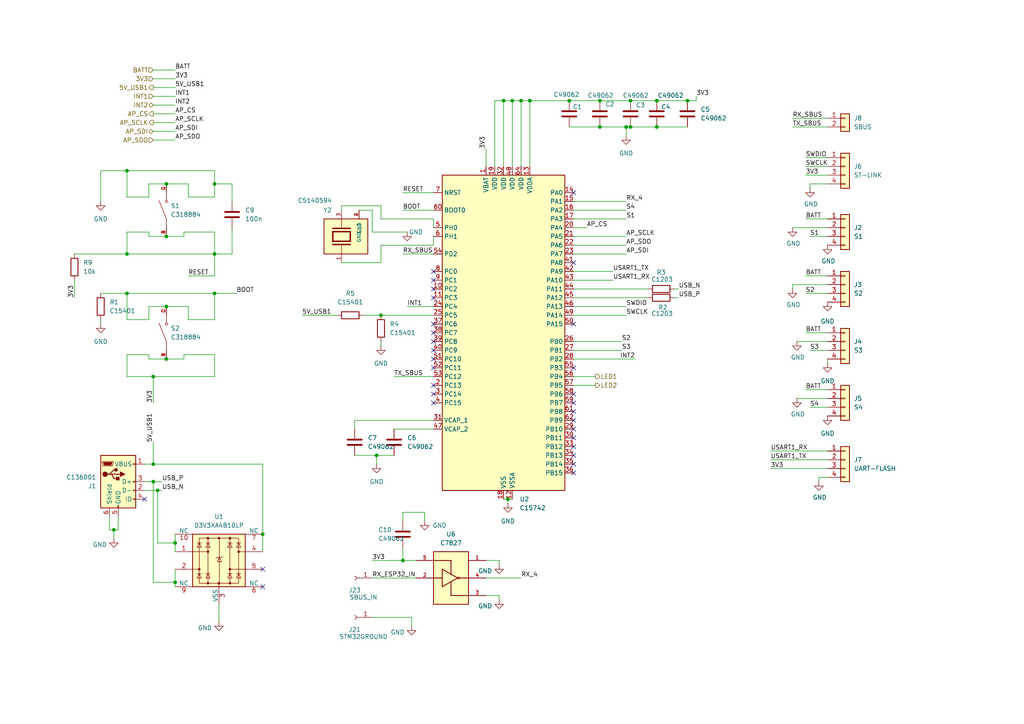
<source format=kicad_sch>
(kicad_sch (version 20250114) (generator "eeschema") (generator_version "9.0")
  (paper "A4")
  (title_block (title "STM Board") (date "2025-10-18") (rev "3") (company "Team 0-06"))
  (lib_symbols
    (symbol "Connector:Conn_01x01_Socket" (pin_names (offset 1.016) (hide yes))
      (property "Reference" "J" (at 0 2.54 0))
      (property "Value" "Conn_01x01_Socket" (at 0 -2.54 0))
      (symbol "Conn_01x01_Socket_1_1"
        (polyline (pts (xy -1.27 0) (xy -0.508 0)) (stroke (width 0.1524)))
        (arc (start 0 -0.508) (mid -0.5058 0) (end 0 0.508) (stroke (width 0.1524)))
        (pin passive line (at -5.08 0 0) (length 3.81) (name "Pin_1") (number "1"))
      )
    )
    (symbol "Connector:USB_B_Micro" (pin_names (offset 1.016))
      (property "Reference" "J" (at -5.08 11.43 0))
      (property "Value" "USB_B_Micro" (at -5.08 8.89 0))
      (symbol "USB_B_Micro_0_1"
        (rectangle (start -5.08 -7.62) (end 5.08 7.62) (stroke (width 0.254)) (fill (type background)))
        (polyline (pts (xy -4.699 5.842) (xy -4.699 5.588) (xy -4.445 4.826) (xy -4.445 4.572) (xy -1.651 4.572) (xy -1.651 4.826) (xy -1.397 5.588) (xy -1.397 5.842) (xy -4.699 5.842)))
        (polyline (pts (xy -4.318 5.588) (xy -1.778 5.588) (xy -2.032 4.826) (xy -4.064 4.826) (xy -4.318 5.588)) (fill (type outline)))
        (circle (center -3.81 2.159) (radius 0.635) (stroke (width 0.254)) (fill (type outline)))
        (polyline (pts (xy -3.175 2.159) (xy -2.54 2.159) (xy -1.27 3.429) (xy -0.635 3.429)) (stroke (width 0.254)))
        (polyline (pts (xy -2.54 2.159) (xy -1.905 2.159) (xy -1.27 0.889) (xy 0 0.889)) (stroke (width 0.254)))
        (polyline (pts (xy -1.905 2.159) (xy 0.635 2.159)) (stroke (width 0.254)))
        (circle (center -0.635 3.429) (radius 0.381) (stroke (width 0.254)) (fill (type outline)))
        (rectangle (start -0.127 -7.62) (end 0.127 -6.858))
        (rectangle (start 0.254 1.27) (end -0.508 0.508) (stroke (width 0.254)) (fill (type outline)))
        (polyline (pts (xy 0.635 2.794) (xy 0.635 1.524) (xy 1.905 2.159) (xy 0.635 2.794)) (stroke (width 0.254)) (fill (type outline)))
        (rectangle (start 5.08 4.953) (end 4.318 5.207))
        (rectangle (start 5.08 -0.127) (end 4.318 0.127))
        (rectangle (start 5.08 -2.667) (end 4.318 -2.413))
        (rectangle (start 5.08 -5.207) (end 4.318 -4.953))
      )
      (symbol "USB_B_Micro_1_1"
        (pin passive line (at -2.54 -10.16 90) (length 2.54) (name "Shield") (number "6"))
        (pin power_out line (at 0 -10.16 90) (length 2.54) (name "GND") (number "5"))
        (pin power_out line (at 7.62 5.08 180) (length 2.54) (name "VBUS") (number "1"))
        (pin bidirectional line (at 7.62 0 180) (length 2.54) (name "D+") (number "3"))
        (pin bidirectional line (at 7.62 -2.54 180) (length 2.54) (name "D-") (number "2"))
        (pin passive line (at 7.62 -5.08 180) (length 2.54) (name "ID") (number "4"))
      )
    )
    (symbol "Connector_Generic:Conn_01x02" (pin_names (offset 1.016) (hide yes))
      (property "Reference" "J" (at 0 2.54 0))
      (property "Value" "Conn_01x02" (at 0 -5.08 0))
      (symbol "Conn_01x02_1_1"
        (rectangle (start -1.27 1.27) (end 1.27 -3.81) (stroke (width 0.254)) (fill (type background)))
        (rectangle (start -1.27 0.127) (end 0 -0.127) (stroke (width 0.1524)))
        (rectangle (start -1.27 -2.413) (end 0 -2.667) (stroke (width 0.1524)))
        (pin passive line (at -5.08 0 0) (length 3.81) (name "Pin_1") (number "1"))
        (pin passive line (at -5.08 -2.54 0) (length 3.81) (name "Pin_2") (number "2"))
      )
    )
    (symbol "Connector_Generic:Conn_01x04" (pin_names (offset 1.016) (hide yes))
      (property "Reference" "J" (at 0 5.08 0))
      (property "Value" "Conn_01x04" (at 0 -7.62 0))
      (symbol "Conn_01x04_1_1"
        (rectangle (start -1.27 3.81) (end 1.27 -6.35) (stroke (width 0.254)) (fill (type background)))
        (rectangle (start -1.27 2.667) (end 0 2.413) (stroke (width 0.1524)))
        (rectangle (start -1.27 0.127) (end 0 -0.127) (stroke (width 0.1524)))
        (rectangle (start -1.27 -2.413) (end 0 -2.667) (stroke (width 0.1524)))
        (rectangle (start -1.27 -4.953) (end 0 -5.207) (stroke (width 0.1524)))
        (pin passive line (at -5.08 2.54 0) (length 3.81) (name "Pin_1") (number "1"))
        (pin passive line (at -5.08 0 0) (length 3.81) (name "Pin_2") (number "2"))
        (pin passive line (at -5.08 -2.54 0) (length 3.81) (name "Pin_3") (number "3"))
        (pin passive line (at -5.08 -5.08 0) (length 3.81) (name "Pin_4") (number "4"))
      )
    )
    (symbol "Customs:ABM8AIG-8.000MHZ-1Z-T" (pin_names (offset 1.016))
      (property "Reference" "Y" (at -5.0878 6.3559 0))
      (property "Value" "ABM8AIG-8.000MHZ-1Z-T" (at -5.0944 -10.16 0))
      (symbol "ABM8AIG-8.000MHZ-1Z-T_0_0"
        (polyline (pts (xy -5.08 0) (xy -2.54 0)) (stroke (width 0.1524)))
        (rectangle (start -5.08 -7.62) (end 5.08 5.08) (stroke (width 0.254)) (fill (type background)))
        (polyline (pts (xy -2.3368 2.54) (xy -2.3368 -2.54)) (stroke (width 0.4064)))
        (polyline (pts (xy -1.397 2.54) (xy -1.397 -2.54)) (stroke (width 0.4064)))
        (polyline (pts (xy -1.397 2.54) (xy 1.397 2.54)) (stroke (width 0.4064)))
        (polyline (pts (xy 1.397 2.54) (xy 1.397 -2.54)) (stroke (width 0.4064)))
        (polyline (pts (xy 1.397 -2.54) (xy -1.397 -2.54)) (stroke (width 0.4064)))
        (polyline (pts (xy 2.3368 2.54) (xy 2.3368 -2.54)) (stroke (width 0.4064)))
        (polyline (pts (xy 2.54 0) (xy 5.08 0)) (stroke (width 0.1524)))
        (pin passive line (at -7.62 0 0) (length 2.54) (name "~") (number "1"))
        (pin passive line (at 7.62 0 180) (length 2.54) (name "~") (number "3"))
        (pin power_in line (at 7.62 -5.08 180) (length 2.54) (name "GND") (number "2"))
        (pin power_in line (at 7.62 -5.08 180) (length 2.54) (name "GND__1") (number "4"))
      )
    )
    (symbol "Customs:SN74LVC1G04DBVR" (pin_names (offset 1.016))
      (property "Reference" "U" (at -5.08 8.62 0))
      (property "Value" "SN74LVC1G04DBVR" (at -5.08 -10.16 0))
      (symbol "SN74LVC1G04DBVR_0_0"
        (rectangle (start -5.08 7.62) (end 5.08 -7.62) (stroke (width 0.254)) (fill (type background)))
        (polyline (pts (xy -5.08 5.08) (xy 0 5.08)) (stroke (width 0.254)))
        (polyline (pts (xy -5.08 0) (xy -2.54 0)) (stroke (width 0.254)))
        (polyline (pts (xy -2.54 2.54) (xy 1.905 0)) (stroke (width 0.254)))
        (polyline (pts (xy -2.54 0) (xy -2.54 2.54)) (stroke (width 0.254)))
        (polyline (pts (xy -2.54 -2.54) (xy -2.54 0)) (stroke (width 0.254)))
        (polyline (pts (xy 0 5.08) (xy 0 1.143)) (stroke (width 0.254)))
        (polyline (pts (xy 0 -1.143) (xy 0 -5.08)) (stroke (width 0.254)))
        (polyline (pts (xy 0 -5.08) (xy 5.08 -5.08)) (stroke (width 0.254)))
        (polyline (pts (xy 1.905 0) (xy -2.54 -2.54)) (stroke (width 0.254)))
        (circle (center 2.1844 0) (radius 0.254) (stroke (width 0.254)))
        (polyline (pts (xy 2.54 0) (xy 5.08 0)) (stroke (width 0.254)))
        (pin power_in line (at -10.16 5.08 0) (length 5.08) (name "~") (number "5"))
        (pin input line (at -10.16 0 0) (length 5.08) (name "~") (number "2"))
        (pin passive line (at 10.16 5.08 180) (length 5.08) (name "~") (number "1"))
        (pin output line (at 10.16 0 180) (length 5.08) (name "~") (number "4"))
        (pin power_in line (at 10.16 -5.08 180) (length 5.08) (name "~") (number "3"))
      )
    )
    (symbol "Customs:TS-1187A-B-A-B" (pin_names (offset 1.016))
      (property "Reference" "S" (at -2.54 2.54 0))
      (property "Value" "TS-1187A-B-A-B" (at -2.54 -2.54 0))
      (symbol "TS-1187A-B-A-B_0_0"
        (polyline (pts (xy -2.54 0) (xy -5.08 0)) (stroke (width 0.1524)))
        (polyline (pts (xy -2.54 0) (xy 2.794 2.1336)) (stroke (width 0.1524)))
        (circle (center 2.54 0) (radius 0.3302) (stroke (width 0.1524)))
        (polyline (pts (xy 5.08 0) (xy 2.921 0)) (stroke (width 0.1524)))
        (pin passive line (at -7.62 0 0) (length 2.54) (name "~") (number "A"))
        (pin passive line (at -7.62 0 0) (length 2.54) (name "~") (number "B"))
        (pin passive line (at 7.62 0 180) (length 2.54) (name "~") (number "C"))
        (pin passive line (at 7.62 0 180) (length 2.54) (name "~") (number "D"))
      )
    )
    (symbol "Device:C" (pin_numbers (hide yes)) (pin_names (offset 0.254))
      (property "Reference" "C" (at 0.635 2.54 0))
      (property "Value" "C" (at 0.635 -2.54 0))
      (symbol "C_0_1"
        (polyline (pts (xy -2.032 0.762) (xy 2.032 0.762)) (stroke (width 0.508)))
        (polyline (pts (xy -2.032 -0.762) (xy 2.032 -0.762)) (stroke (width 0.508)))
      )
      (symbol "C_1_1"
        (pin passive line (at 0 3.81 270) (length 2.794) (name "~") (number "1"))
        (pin passive line (at 0 -3.81 90) (length 2.794) (name "~") (number "2"))
      )
    )
    (symbol "Device:R" (pin_numbers (hide yes)) (pin_names (offset 0))
      (property "Reference" "R" (at 2.032 0 90))
      (property "Value" "R" (at 0 0 90))
      (symbol "R_0_1"
        (rectangle (start -1.016 -2.54) (end 1.016 2.54) (stroke (width 0.254)))
      )
      (symbol "R_1_1"
        (pin passive line (at 0 3.81 270) (length 1.27) (name "~") (number "1"))
        (pin passive line (at 0 -3.81 90) (length 1.27) (name "~") (number "2"))
      )
    )
    (symbol "MCU_ST_STM32F4:STM32F405RGTx"
      (property "Reference" "U" (at -17.78 46.99 0))
      (property "Value" "STM32F405RGTx" (at 10.16 46.99 0))
      (symbol "STM32F405RGTx_0_1"
        (rectangle (start -17.78 -45.72) (end 17.78 45.72) (stroke (width 0.254)) (fill (type background)))
      )
      (symbol "STM32F405RGTx_1_1"
        (pin input line (at -20.32 40.64 0) (length 2.54) (name "NRST") (number "7"))
        (pin input line (at -20.32 35.56 0) (length 2.54) (name "BOOT0") (number "60"))
        (pin bidirectional line (at -20.32 30.48 0) (length 2.54) (name "PH0") (number "5"))
        (pin bidirectional line (at -20.32 27.94 0) (length 2.54) (name "PH1") (number "6"))
        (pin bidirectional line (at -20.32 22.86 0) (length 2.54) (name "PD2") (number "54"))
        (pin bidirectional line (at -20.32 17.78 0) (length 2.54) (name "PC0") (number "8"))
        (pin bidirectional line (at -20.32 15.24 0) (length 2.54) (name "PC1") (number "9"))
        (pin bidirectional line (at -20.32 12.7 0) (length 2.54) (name "PC2") (number "10"))
        (pin bidirectional line (at -20.32 10.16 0) (length 2.54) (name "PC3") (number "11"))
        (pin bidirectional line (at -20.32 7.62 0) (length 2.54) (name "PC4") (number "24"))
        (pin bidirectional line (at -20.32 5.08 0) (length 2.54) (name "PC5") (number "25"))
        (pin bidirectional line (at -20.32 2.54 0) (length 2.54) (name "PC6") (number "37"))
        (pin bidirectional line (at -20.32 0 0) (length 2.54) (name "PC7") (number "38"))
        (pin bidirectional line (at -20.32 -2.54 0) (length 2.54) (name "PC8") (number "39"))
        (pin bidirectional line (at -20.32 -5.08 0) (length 2.54) (name "PC9") (number "40"))
        (pin bidirectional line (at -20.32 -7.62 0) (length 2.54) (name "PC10") (number "51"))
        (pin bidirectional line (at -20.32 -10.16 0) (length 2.54) (name "PC11") (number "52"))
        (pin bidirectional line (at -20.32 -12.7 0) (length 2.54) (name "PC12") (number "53"))
        (pin bidirectional line (at -20.32 -15.24 0) (length 2.54) (name "PC13") (number "2"))
        (pin bidirectional line (at -20.32 -17.78 0) (length 2.54) (name "PC14") (number "3"))
        (pin bidirectional line (at -20.32 -20.32 0) (length 2.54) (name "PC15") (number "4"))
        (pin power_out line (at -20.32 -25.4 0) (length 2.54) (name "VCAP_1") (number "31"))
        (pin power_out line (at -20.32 -27.94 0) (length 2.54) (name "VCAP_2") (number "47"))
        (pin power_in line (at -5.08 48.26 270) (length 2.54) (name "VBAT") (number "1"))
        (pin power_in line (at -2.54 48.26 270) (length 2.54) (name "VDD") (number "19"))
        (pin power_in line (at 0 48.26 270) (length 2.54) (name "VDD") (number "32"))
        (pin power_in line (at 0 -48.26 90) (length 2.54) (name "VSS") (number "18"))
        (pin passive line (at 0 -48.26 90) (length 2.54) (hide yes) (name "VSS") (number "63"))
        (pin power_in line (at 2.54 48.26 270) (length 2.54) (name "VDD") (number "48"))
        (pin power_in line (at 2.54 -48.26 90) (length 2.54) (name "VSSA") (number "12"))
        (pin power_in line (at 5.08 48.26 270) (length 2.54) (name "VDD") (number "64"))
        (pin power_in line (at 7.62 48.26 270) (length 2.54) (name "VDDA") (number "13"))
        (pin bidirectional line (at 20.32 40.64 180) (length 2.54) (name "PA0") (number "14"))
        (pin bidirectional line (at 20.32 38.1 180) (length 2.54) (name "PA1") (number "15"))
        (pin bidirectional line (at 20.32 35.56 180) (length 2.54) (name "PA2") (number "16"))
        (pin bidirectional line (at 20.32 33.02 180) (length 2.54) (name "PA3") (number "17"))
        (pin bidirectional line (at 20.32 30.48 180) (length 2.54) (name "PA4") (number "20"))
        (pin bidirectional line (at 20.32 27.94 180) (length 2.54) (name "PA5") (number "21"))
        (pin bidirectional line (at 20.32 25.4 180) (length 2.54) (name "PA6") (number "22"))
        (pin bidirectional line (at 20.32 22.86 180) (length 2.54) (name "PA7") (number "23"))
        (pin bidirectional line (at 20.32 20.32 180) (length 2.54) (name "PA8") (number "41"))
        (pin bidirectional line (at 20.32 17.78 180) (length 2.54) (name "PA9") (number "42"))
        (pin bidirectional line (at 20.32 15.24 180) (length 2.54) (name "PA10") (number "43"))
        (pin bidirectional line (at 20.32 12.7 180) (length 2.54) (name "PA11") (number "44"))
        (pin bidirectional line (at 20.32 10.16 180) (length 2.54) (name "PA12") (number "45"))
        (pin bidirectional line (at 20.32 7.62 180) (length 2.54) (name "PA13") (number "46"))
        (pin bidirectional line (at 20.32 5.08 180) (length 2.54) (name "PA14") (number "49"))
        (pin bidirectional line (at 20.32 2.54 180) (length 2.54) (name "PA15") (number "50"))
        (pin bidirectional line (at 20.32 -2.54 180) (length 2.54) (name "PB0") (number "26"))
        (pin bidirectional line (at 20.32 -5.08 180) (length 2.54) (name "PB1") (number "27"))
        (pin bidirectional line (at 20.32 -7.62 180) (length 2.54) (name "PB2") (number "28"))
        (pin bidirectional line (at 20.32 -10.16 180) (length 2.54) (name "PB3") (number "55"))
        (pin bidirectional line (at 20.32 -12.7 180) (length 2.54) (name "PB4") (number "56"))
        (pin bidirectional line (at 20.32 -15.24 180) (length 2.54) (name "PB5") (number "57"))
        (pin bidirectional line (at 20.32 -17.78 180) (length 2.54) (name "PB6") (number "58"))
        (pin bidirectional line (at 20.32 -20.32 180) (length 2.54) (name "PB7") (number "59"))
        (pin bidirectional line (at 20.32 -22.86 180) (length 2.54) (name "PB8") (number "61"))
        (pin bidirectional line (at 20.32 -25.4 180) (length 2.54) (name "PB9") (number "62"))
        (pin bidirectional line (at 20.32 -27.94 180) (length 2.54) (name "PB10") (number "29"))
        (pin bidirectional line (at 20.32 -30.48 180) (length 2.54) (name "PB11") (number "30"))
        (pin bidirectional line (at 20.32 -33.02 180) (length 2.54) (name "PB12") (number "33"))
        (pin bidirectional line (at 20.32 -35.56 180) (length 2.54) (name "PB13") (number "34"))
        (pin bidirectional line (at 20.32 -38.1 180) (length 2.54) (name "PB14") (number "35"))
        (pin bidirectional line (at 20.32 -40.64 180) (length 2.54) (name "PB15") (number "36"))
      )
    )
    (symbol "Power_Protection:D3V3XA4B10LP" (pin_names (offset 0))
      (property "Reference" "U" (at -0.635 8.89 0))
      (property "Value" "D3V3XA4B10LP" (at 8.89 -10.16 0))
      (symbol "D3V3XA4B10LP_0_0"
        (rectangle (start -5.715 6.477) (end 5.715 -6.604))
        (polyline (pts (xy -3.175 -6.604) (xy -3.175 6.477)))
        (polyline (pts (xy 0.127 6.477) (xy 0.127 -6.604)))
        (polyline (pts (xy 3.175 6.477) (xy 3.175 -6.604)))
      )
      (symbol "D3V3XA4B10LP_0_1"
        (polyline (pts (xy -7.747 2.54) (xy -3.175 2.54)))
        (rectangle (start -7.62 7.62) (end 7.62 -7.62) (stroke (width 0.254)) (fill (type background)))
        (polyline (pts (xy -7.62 -2.54) (xy -5.715 -2.54)))
        (circle (center -5.715 -2.54) (radius 0.2794) (fill (type outline)))
        (polyline (pts (xy -5.08 5.08) (xy -6.35 5.08)))
        (polyline (pts (xy -5.08 3.81) (xy -6.35 3.81) (xy -5.715 5.08) (xy -5.08 3.81)))
        (polyline (pts (xy -5.08 -3.81) (xy -6.35 -3.81)))
        (polyline (pts (xy -5.08 -5.08) (xy -6.35 -5.08) (xy -5.715 -3.81) (xy -5.08 -5.08)))
        (circle (center -3.175 6.477) (radius 0.2794) (fill (type outline)))
        (circle (center -3.175 2.54) (radius 0.2794) (fill (type outline)))
        (circle (center -3.175 -6.604) (radius 0.2794) (fill (type outline)))
        (polyline (pts (xy -2.54 5.08) (xy -3.81 5.08)))
        (polyline (pts (xy -2.54 3.81) (xy -3.81 3.81) (xy -3.175 5.08) (xy -2.54 3.81)))
        (polyline (pts (xy -2.54 -3.81) (xy -3.81 -3.81)))
        (polyline (pts (xy -2.54 -5.08) (xy -3.81 -5.08) (xy -3.175 -3.81) (xy -2.54 -5.08)))
        (polyline (pts (xy -0.508 0.889) (xy -0.889 0.635)))
        (circle (center 0 6.477) (radius 0.2794) (fill (type outline)))
        (polyline (pts (xy 0 -6.604) (xy 0 -7.62)))
        (circle (center 0 -6.604) (radius 0.2794) (fill (type outline)))
        (polyline (pts (xy 0.762 0.889) (xy -0.508 0.889)))
        (polyline (pts (xy 0.762 0.889) (xy 1.143 1.143)))
        (polyline (pts (xy 0.762 -0.381) (xy -0.508 -0.381) (xy 0.127 0.889) (xy 0.762 -0.381)))
        (circle (center 3.175 6.477) (radius 0.2794) (fill (type outline)))
        (circle (center 3.175 -2.54) (radius 0.2794) (fill (type outline)))
        (circle (center 3.175 -6.604) (radius 0.2794) (fill (type outline)))
        (polyline (pts (xy 3.81 5.08) (xy 2.54 5.08)))
        (polyline (pts (xy 3.81 3.81) (xy 2.54 3.81) (xy 3.175 5.08) (xy 3.81 3.81)))
        (polyline (pts (xy 3.81 -3.81) (xy 2.54 -3.81)))
        (polyline (pts (xy 3.81 -5.08) (xy 2.54 -5.08) (xy 3.175 -3.81) (xy 3.81 -5.08)))
        (circle (center 5.715 2.54) (radius 0.2794) (fill (type outline)))
        (polyline (pts (xy 6.35 5.08) (xy 5.08 5.08)))
        (polyline (pts (xy 6.35 3.81) (xy 5.08 3.81) (xy 5.715 5.08) (xy 6.35 3.81)))
        (polyline (pts (xy 6.35 -3.81) (xy 5.08 -3.81)))
        (polyline (pts (xy 6.35 -5.08) (xy 5.08 -5.08) (xy 5.715 -3.81) (xy 6.35 -5.08)))
        (polyline (pts (xy 7.62 2.54) (xy 5.715 2.54)))
        (polyline (pts (xy 7.62 -2.54) (xy 3.175 -2.54)))
      )
      (symbol "D3V3XA4B10LP_1_1"
        (pin free line (at -12.7 7.62 0) (length 5.08) (name "NC") (number "10"))
        (pin passive line (at -12.7 2.54 0) (length 5.08) (name "~") (number "1"))
        (pin passive line (at -12.7 -2.54 0) (length 5.08) (name "~") (number "2"))
        (pin free line (at -12.7 -7.62 0) (length 5.08) (name "NC") (number "9"))
        (pin power_in line (at 0 -12.7 90) (length 5.08) (name "VSS") (number "3"))
        (pin passive line (at 0 -12.7 90) (length 5.08) (hide yes) (name "VSS") (number "8"))
        (pin free line (at 12.7 7.62 180) (length 5.08) (name "NC") (number "7"))
        (pin passive line (at 12.7 2.54 180) (length 5.08) (name "~") (number "4"))
        (pin passive line (at 12.7 -2.54 180) (length 5.08) (name "~") (number "5"))
        (pin free line (at 12.7 -7.62 180) (length 5.08) (name "NC") (number "6"))
      )
    )
    (symbol "power:GND" (power) (pin_numbers (hide yes)) (pin_names (offset 0) (hide yes))
      (property "Value" "GND" (at 0 -3.81 0))
      (symbol "GND_0_1"
        (polyline (pts (xy 0 0) (xy 0 -1.27) (xy 1.27 -1.27) (xy 0 -2.54) (xy -1.27 -1.27) (xy 0 -1.27)))
      )
      (symbol "GND_1_1"
        (pin power_in line (at 0 0 270) (length 0) (name "~") (number "1"))
      )
    )
  )
  (junction (at 151.13 29.21))
  (junction (at 48.26 104.14))
  (junction (at 36.83 49.53))
  (junction (at 153.67 29.21))
  (junction (at 173.99 29.21))
  (junction (at 50.8 168.91))
  (junction (at 44.45 139.7))
  (junction (at 44.45 134.62))
  (junction (at 182.88 36.83))
  (junction (at 147.32 144.78))
  (junction (at 33.02 153.67))
  (junction (at 181.61 36.83))
  (junction (at 173.99 36.83))
  (junction (at 165.1 29.21))
  (junction (at 110.49 91.44))
  (junction (at 76.2 154.94))
  (junction (at 48.26 53.34))
  (junction (at 146.05 29.21))
  (junction (at 62.23 85.09))
  (junction (at 44.45 109.22))
  (junction (at 36.83 73.66))
  (junction (at 48.26 68.58))
  (junction (at 62.23 73.66))
  (junction (at 148.59 29.21))
  (junction (at 109.22 132.08))
  (junction (at 45.72 142.24))
  (junction (at 36.83 85.09))
  (junction (at 190.5 36.83))
  (junction (at 199.39 29.21))
  (junction (at 48.26 88.9))
  (junction (at 182.88 29.21))
  (junction (at 190.5 29.21))
  (junction (at 62.23 53.34))
  (junction (at 50.8 157.48))
  (junction (at 116.84 162.56))
  (no_connect (at 76.2 165.1))
  (no_connect (at 125.73 101.6))
  (no_connect (at 125.73 114.3))
  (no_connect (at 125.73 99.06))
  (no_connect (at 41.91 144.78))
  (no_connect (at 125.73 96.52))
  (no_connect (at 166.37 55.88))
  (no_connect (at 125.73 86.36))
  (no_connect (at 125.73 111.76))
  (no_connect (at 125.73 81.28))
  (no_connect (at 166.37 106.68))
  (no_connect (at 166.37 124.46))
  (no_connect (at 166.37 137.16))
  (no_connect (at 166.37 119.38))
  (no_connect (at 125.73 104.14))
  (no_connect (at 125.73 83.82))
  (no_connect (at 166.37 76.2))
  (no_connect (at 166.37 93.98))
  (no_connect (at 166.37 121.92))
  (no_connect (at 166.37 116.84))
  (no_connect (at 166.37 129.54))
  (no_connect (at 166.37 132.08))
  (no_connect (at 125.73 106.68))
  (no_connect (at 166.37 114.3))
  (no_connect (at 125.73 116.84))
  (no_connect (at 166.37 134.62))
  (no_connect (at 76.2 170.18))
  (no_connect (at 125.73 78.74))
  (no_connect (at 166.37 127))
  (no_connect (at 125.73 93.98))
  (wire (pts (xy 36.83 102.87) (xy 43.18 102.87)))
  (wire (pts (xy 54.61 53.34) (xy 48.26 53.34)))
  (wire (pts (xy 140.97 172.72) (xy 144.78 172.72)))
  (wire (pts (xy 182.88 29.21) (xy 190.5 29.21)))
  (wire (pts (xy 62.23 53.34) (xy 62.23 57.15)))
  (wire (pts (xy 50.8 154.94) (xy 50.8 157.48)))
  (wire (pts (xy 43.18 104.14) (xy 48.26 104.14)))
  (wire (pts (xy 62.23 85.09) (xy 62.23 92.71)))
  (wire (pts (xy 44.45 40.64) (xy 50.8 40.64)))
  (wire (pts (xy 110.49 63.5) (xy 110.49 59.69)))
  (wire (pts (xy 21.59 81.28) (xy 21.59 86.36)))
  (wire (pts (xy 44.45 35.56) (xy 50.8 35.56)))
  (wire (pts (xy 140.97 167.64) (xy 151.13 167.64)))
  (wire (pts (xy 99.06 76.2) (xy 110.49 76.2)))
  (wire (pts (xy 231.14 99.06) (xy 240.03 99.06)))
  (wire (pts (xy 67.31 53.34) (xy 62.23 53.34)))
  (wire (pts (xy 166.37 109.22) (xy 172.72 109.22)))
  (wire (pts (xy 146.05 29.21) (xy 143.51 29.21)))
  (wire (pts (xy 114.3 124.46) (xy 125.73 124.46)))
  (wire (pts (xy 190.5 36.83) (xy 199.39 36.83)))
  (wire (pts (xy 223.52 133.35) (xy 240.03 133.35)))
  (wire (pts (xy 29.21 85.09) (xy 36.83 85.09)))
  (wire (pts (xy 36.83 49.53) (xy 62.23 49.53)))
  (wire (pts (xy 102.87 132.08) (xy 109.22 132.08)))
  (wire (pts (xy 173.99 36.83) (xy 181.61 36.83)))
  (wire (pts (xy 166.37 91.44) (xy 181.61 91.44)))
  (wire (pts (xy 62.23 57.15) (xy 54.61 57.15)))
  (wire (pts (xy 140.97 43.18) (xy 140.97 48.26)))
  (wire (pts (xy 148.59 29.21) (xy 148.59 48.26)))
  (wire (pts (xy 181.61 36.83) (xy 181.61 39.37)))
  (wire (pts (xy 109.22 132.08) (xy 114.3 132.08)))
  (wire (pts (xy 114.3 109.22) (xy 125.73 109.22)))
  (wire (pts (xy 36.83 67.31) (xy 43.18 67.31)))
  (wire (pts (xy 231.14 115.57) (xy 240.03 115.57)))
  (wire (pts (xy 166.37 66.04) (xy 170.18 66.04)))
  (wire (pts (xy 240.03 53.34) (xy 234.95 53.34)))
  (wire (pts (xy 36.83 85.09) (xy 62.23 85.09)))
  (wire (pts (xy 110.49 99.06) (xy 110.49 100.33)))
  (wire (pts (xy 223.52 130.81) (xy 240.03 130.81)))
  (wire (pts (xy 45.72 157.48) (xy 45.72 142.24)))
  (wire (pts (xy 166.37 104.14) (xy 184.15 104.14)))
  (wire (pts (xy 44.45 25.4) (xy 50.8 25.4)))
  (wire (pts (xy 44.45 20.32) (xy 50.8 20.32)))
  (wire (pts (xy 105.41 91.44) (xy 110.49 91.44)))
  (wire (pts (xy 44.45 38.1) (xy 50.8 38.1)))
  (wire (pts (xy 234.95 118.11) (xy 240.03 118.11)))
  (wire (pts (xy 36.83 102.87) (xy 36.83 109.22)))
  (wire (pts (xy 110.49 63.5) (xy 125.73 63.5)))
  (wire (pts (xy 43.18 88.9) (xy 48.26 88.9)))
  (wire (pts (xy 62.23 80.01) (xy 54.61 80.01)))
  (wire (pts (xy 234.95 53.34) (xy 234.95 54.61)))
  (wire (pts (xy 165.1 29.21) (xy 153.67 29.21)))
  (wire (pts (xy 233.68 96.52) (xy 240.03 96.52)))
  (wire (pts (xy 44.45 22.86) (xy 50.8 22.86)))
  (wire (pts (xy 125.73 71.12) (xy 125.73 68.58)))
  (wire (pts (xy 53.34 104.14) (xy 48.26 104.14)))
  (wire (pts (xy 166.37 99.06) (xy 180.34 99.06)))
  (wire (pts (xy 166.37 60.96) (xy 181.61 60.96)))
  (wire (pts (xy 153.67 29.21) (xy 153.67 48.26)))
  (wire (pts (xy 234.95 101.6) (xy 240.03 101.6)))
  (wire (pts (xy 44.45 27.94) (xy 50.8 27.94)))
  (wire (pts (xy 146.05 29.21) (xy 146.05 48.26)))
  (wire (pts (xy 67.31 58.42) (xy 67.31 53.34)))
  (wire (pts (xy 76.2 154.94) (xy 76.2 160.02)))
  (wire (pts (xy 182.88 36.83) (xy 190.5 36.83)))
  (wire (pts (xy 240.03 82.55) (xy 229.87 82.55)))
  (wire (pts (xy 110.49 59.69) (xy 99.06 59.69)))
  (wire (pts (xy 87.63 91.44) (xy 97.79 91.44)))
  (wire (pts (xy 123.19 148.59) (xy 116.84 148.59)))
  (wire (pts (xy 116.84 148.59) (xy 116.84 151.13)))
  (wire (pts (xy 166.37 111.76) (xy 172.72 111.76)))
  (wire (pts (xy 110.49 76.2) (xy 110.49 71.12)))
  (wire (pts (xy 165.1 36.83) (xy 173.99 36.83)))
  (wire (pts (xy 33.02 153.67) (xy 34.29 153.67)))
  (wire (pts (xy 62.23 102.87) (xy 62.23 109.22)))
  (wire (pts (xy 240.03 138.43) (xy 237.49 138.43)))
  (wire (pts (xy 109.22 132.08) (xy 109.22 134.62)))
  (wire (pts (xy 44.45 33.02) (xy 50.8 33.02)))
  (wire (pts (xy 44.45 139.7) (xy 44.45 168.91)))
  (wire (pts (xy 43.18 53.34) (xy 48.26 53.34)))
  (wire (pts (xy 43.18 57.15) (xy 43.18 53.34)))
  (wire (pts (xy 44.45 139.7) (xy 41.91 139.7)))
  (wire (pts (xy 107.95 67.31) (xy 107.95 60.96)))
  (wire (pts (xy 240.03 104.14) (xy 240.03 105.41)))
  (wire (pts (xy 36.83 73.66) (xy 62.23 73.66)))
  (wire (pts (xy 166.37 78.74) (xy 177.8 78.74)))
  (wire (pts (xy 166.37 101.6) (xy 180.34 101.6)))
  (wire (pts (xy 45.72 142.24) (xy 41.91 142.24)))
  (wire (pts (xy 118.11 88.9) (xy 125.73 88.9)))
  (wire (pts (xy 233.68 80.01) (xy 240.03 80.01)))
  (wire (pts (xy 44.45 168.91) (xy 50.8 168.91)))
  (wire (pts (xy 233.68 45.72) (xy 240.03 45.72)))
  (wire (pts (xy 36.83 67.31) (xy 36.83 73.66)))
  (wire (pts (xy 44.45 30.48) (xy 50.8 30.48)))
  (wire (pts (xy 76.2 134.62) (xy 44.45 134.62)))
  (wire (pts (xy 44.45 109.22) (xy 44.45 116.84)))
  (wire (pts (xy 43.18 92.71) (xy 43.18 88.9)))
  (wire (pts (xy 201.93 29.21) (xy 199.39 29.21)))
  (wire (pts (xy 166.37 86.36) (xy 187.96 86.36)))
  (wire (pts (xy 151.13 29.21) (xy 148.59 29.21)))
  (wire (pts (xy 166.37 81.28) (xy 177.8 81.28)))
  (wire (pts (xy 237.49 138.43) (xy 237.49 139.7)))
  (wire (pts (xy 153.67 29.21) (xy 151.13 29.21)))
  (wire (pts (xy 143.51 29.21) (xy 143.51 48.26)))
  (wire (pts (xy 234.95 68.58) (xy 240.03 68.58)))
  (wire (pts (xy 107.95 67.31) (xy 118.11 67.31)))
  (wire (pts (xy 29.21 49.53) (xy 29.21 58.42)))
  (wire (pts (xy 166.37 58.42) (xy 181.61 58.42)))
  (wire (pts (xy 53.34 68.58) (xy 48.26 68.58)))
  (wire (pts (xy 166.37 71.12) (xy 181.61 71.12)))
  (wire (pts (xy 62.23 80.01) (xy 62.23 73.66)))
  (wire (pts (xy 54.61 57.15) (xy 54.61 53.34)))
  (wire (pts (xy 31.75 149.86) (xy 31.75 153.67)))
  (wire (pts (xy 50.8 157.48) (xy 50.8 160.02)))
  (wire (pts (xy 223.52 135.89) (xy 240.03 135.89)))
  (wire (pts (xy 46.99 139.7) (xy 44.45 139.7)))
  (wire (pts (xy 53.34 102.87) (xy 53.34 104.14)))
  (wire (pts (xy 107.95 162.56) (xy 116.84 162.56)))
  (wire (pts (xy 36.83 57.15) (xy 36.83 49.53)))
  (wire (pts (xy 36.83 92.71) (xy 36.83 85.09)))
  (wire (pts (xy 41.91 134.62) (xy 44.45 134.62)))
  (wire (pts (xy 46.99 142.24) (xy 45.72 142.24)))
  (wire (pts (xy 173.99 29.21) (xy 182.88 29.21)))
  (wire (pts (xy 33.02 153.67) (xy 33.02 156.21)))
  (wire (pts (xy 233.68 63.5) (xy 240.03 63.5)))
  (wire (pts (xy 146.05 144.78) (xy 147.32 144.78)))
  (wire (pts (xy 116.84 158.75) (xy 116.84 162.56)))
  (wire (pts (xy 67.31 66.04) (xy 67.31 73.66)))
  (wire (pts (xy 190.5 29.21) (xy 199.39 29.21)))
  (wire (pts (xy 181.61 36.83) (xy 182.88 36.83)))
  (wire (pts (xy 233.68 50.8) (xy 240.03 50.8)))
  (wire (pts (xy 166.37 83.82) (xy 187.96 83.82)))
  (wire (pts (xy 195.58 83.82) (xy 196.85 83.82)))
  (wire (pts (xy 166.37 88.9) (xy 181.61 88.9)))
  (wire (pts (xy 99.06 59.69) (xy 99.06 60.96)))
  (wire (pts (xy 43.18 68.58) (xy 48.26 68.58)))
  (wire (pts (xy 147.32 144.78) (xy 147.32 146.05)))
  (wire (pts (xy 62.23 67.31) (xy 62.23 73.66)))
  (wire (pts (xy 125.73 73.66) (xy 116.84 73.66)))
  (wire (pts (xy 102.87 121.92) (xy 125.73 121.92)))
  (wire (pts (xy 201.93 27.94) (xy 201.93 29.21)))
  (wire (pts (xy 148.59 29.21) (xy 146.05 29.21)))
  (wire (pts (xy 125.73 63.5) (xy 125.73 66.04)))
  (wire (pts (xy 116.84 55.88) (xy 125.73 55.88)))
  (wire (pts (xy 229.87 34.29) (xy 240.03 34.29)))
  (wire (pts (xy 229.87 82.55) (xy 229.87 83.82)))
  (wire (pts (xy 165.1 29.21) (xy 173.99 29.21)))
  (wire (pts (xy 229.87 66.04) (xy 240.03 66.04)))
  (wire (pts (xy 107.95 167.64) (xy 120.65 167.64)))
  (wire (pts (xy 53.34 67.31) (xy 53.34 68.58)))
  (wire (pts (xy 107.95 60.96) (xy 104.14 60.96)))
  (wire (pts (xy 229.87 36.83) (xy 240.03 36.83)))
  (wire (pts (xy 125.73 60.96) (xy 116.84 60.96)))
  (wire (pts (xy 107.95 179.07) (xy 119.38 179.07)))
  (wire (pts (xy 123.19 151.13) (xy 123.19 148.59)))
  (wire (pts (xy 233.68 48.26) (xy 240.03 48.26)))
  (wire (pts (xy 166.37 73.66) (xy 181.61 73.66)))
  (wire (pts (xy 21.59 73.66) (xy 36.83 73.66)))
  (wire (pts (xy 36.83 57.15) (xy 43.18 57.15)))
  (wire (pts (xy 31.75 153.67) (xy 33.02 153.67)))
  (wire (pts (xy 151.13 29.21) (xy 151.13 48.26)))
  (wire (pts (xy 62.23 49.53) (xy 62.23 53.34)))
  (wire (pts (xy 29.21 92.71) (xy 29.21 93.98)))
  (wire (pts (xy 233.68 113.03) (xy 240.03 113.03)))
  (wire (pts (xy 50.8 168.91) (xy 50.8 170.18)))
  (wire (pts (xy 166.37 68.58) (xy 181.61 68.58)))
  (wire (pts (xy 140.97 162.56) (xy 144.78 162.56)))
  (wire (pts (xy 102.87 124.46) (xy 102.87 121.92)))
  (wire (pts (xy 119.38 179.07) (xy 119.38 181.61)))
  (wire (pts (xy 110.49 91.44) (xy 125.73 91.44)))
  (wire (pts (xy 62.23 85.09) (xy 68.58 85.09)))
  (wire (pts (xy 54.61 88.9) (xy 48.26 88.9)))
  (wire (pts (xy 63.5 175.26) (xy 63.5 180.34)))
  (wire (pts (xy 36.83 92.71) (xy 43.18 92.71)))
  (wire (pts (xy 181.61 63.5) (xy 166.37 63.5)))
  (wire (pts (xy 233.68 85.09) (xy 240.03 85.09)))
  (wire (pts (xy 44.45 134.62) (xy 44.45 128.27)))
  (wire (pts (xy 54.61 92.71) (xy 54.61 88.9)))
  (wire (pts (xy 44.45 109.22) (xy 62.23 109.22)))
  (wire (pts (xy 76.2 134.62) (xy 76.2 154.94)))
  (wire (pts (xy 144.78 162.56) (xy 144.78 163.83)))
  (wire (pts (xy 62.23 92.71) (xy 54.61 92.71)))
  (wire (pts (xy 144.78 172.72) (xy 144.78 173.99)))
  (wire (pts (xy 29.21 49.53) (xy 36.83 49.53)))
  (wire (pts (xy 67.31 73.66) (xy 62.23 73.66)))
  (wire (pts (xy 36.83 109.22) (xy 44.45 109.22)))
  (wire (pts (xy 62.23 102.87) (xy 53.34 102.87)))
  (wire (pts (xy 62.23 67.31) (xy 53.34 67.31)))
  (wire (pts (xy 195.58 86.36) (xy 196.85 86.36)))
  (wire (pts (xy 116.84 162.56) (xy 120.65 162.56)))
  (wire (pts (xy 34.29 149.86) (xy 34.29 153.67)))
  (wire (pts (xy 50.8 165.1) (xy 50.8 168.91)))
  (wire (pts (xy 43.18 67.31) (xy 43.18 68.58)))
  (wire (pts (xy 43.18 102.87) (xy 43.18 104.14)))
  (wire (pts (xy 110.49 71.12) (xy 125.73 71.12)))
  (wire (pts (xy 50.8 157.48) (xy 45.72 157.48)))
  (wire (pts (xy 147.32 144.78) (xy 148.59 144.78)))
  (label "S2" (at 180.34 99.06 0))
  (label "INT2" (at 50.8 30.48 0))
  (label "AP_CS" (at 50.8 33.02 0))
  (label "AP_SCLK" (at 50.8 35.56 0))
  (label "AP_SDI" (at 50.8 38.1 0))
  (label "AP_SDO" (at 50.8 40.64 0))
  (label "INT1" (at 50.8 27.94 0))
  (label "USB_N" (at 196.85 83.82 0))
  (label "USART1_RX" (at 223.52 130.81 0))
  (label "AP_SDO" (at 181.61 71.12 0))
  (label "S1" (at 234.95 68.58 0))
  (label "S3" (at 180.34 101.6 0))
  (label "3V3" (at 107.95 162.56 0))
  (label "USB_P" (at 196.85 86.36 0))
  (label "RX_ESP32_IN" (at 107.95 167.64 0))
  (label "BATT" (at 233.68 80.01 0))
  (label "SWCLK" (at 181.61 91.44 0))
  (label "SWDIO" (at 233.68 45.72 0))
  (label "3V3" (at 233.68 50.8 0))
  (label "5V_USB1" (at 44.45 128.27 90))
  (label "USART1_TX" (at 177.8 78.74 0))
  (label "3V3" (at 201.93 27.94 0))
  (label "RX_SBUS" (at 229.87 34.29 0))
  (label "INT1" (at 118.11 88.9 0))
  (label "TX_SBUS" (at 229.87 36.83 0))
  (label "SWCLK" (at 233.68 48.26 0))
  (label "SWDIO" (at 181.61 88.9 0))
  (label "AP_CS" (at 170.18 66.04 0))
  (label "USB_P" (at 46.99 139.7 0))
  (label "S4" (at 234.95 118.11 0))
  (label "RESET" (at 54.61 80.01 0))
  (label "BATT" (at 50.8 20.32 0))
  (label "3V3" (at 44.45 116.84 90))
  (label "3V3" (at 21.59 86.36 90))
  (label "USB_N" (at 46.99 142.24 0))
  (label "RX_4" (at 181.61 58.42 0))
  (label "INT2" (at 184.15 104.14 180))
  (label "S2" (at 233.68 85.09 0))
  (label "S4" (at 181.61 60.96 0))
  (label "USART1_TX" (at 223.52 133.35 0))
  (label "3V3" (at 140.97 43.18 90))
  (label "S1" (at 181.61 63.5 0))
  (label "S3" (at 234.95 101.6 0))
  (label "BOOT" (at 116.84 60.96 0))
  (label "TX_SBUS" (at 114.3 109.22 0))
  (label "USART1_RX" (at 177.8 81.28 0))
  (label "AP_SCLK" (at 181.61 68.58 0))
  (label "5V_USB1" (at 87.63 91.44 0))
  (label "RX_SBUS" (at 116.84 73.66 0))
  (label "3V3" (at 223.52 135.89 0))
  (label "3V3" (at 50.8 22.86 0))
  (label "BATT" (at 233.68 113.03 0))
  (label "BATT" (at 233.68 63.5 0))
  (label "AP_SDI" (at 181.61 73.66 0))
  (label "5V_USB1" (at 50.8 25.4 0))
  (label "BOOT" (at 68.58 85.09 0))
  (label "RESET" (at 116.84 55.88 0))
  (label "RX_4" (at 151.13 167.64 0))
  (label "BATT" (at 233.68 96.52 0))
  (hierarchical_label "3V3" (shape input) (at 44.45 22.86 180))
  (hierarchical_label "INT2" (shape bidirectional) (at 44.45 30.48 180))
  (hierarchical_label "AP_CS" (shape output) (at 44.45 33.02 180))
  (hierarchical_label "INT1" (shape input) (at 44.45 27.94 180))
  (hierarchical_label "AP_SCLK" (shape output) (at 44.45 35.56 180))
  (hierarchical_label "AP_SDO" (shape input) (at 44.45 40.64 180))
  (hierarchical_label "LED1" (shape output) (at 172.72 109.22 0))
  (hierarchical_label "LED2" (shape output) (at 172.72 111.76 0))
  (hierarchical_label "BATT" (shape input) (at 44.45 20.32 180))
  (hierarchical_label "AP_SDI" (shape bidirectional) (at 44.45 38.1 180))
  (hierarchical_label "5V_USB1" (shape output) (at 44.45 25.4 180))
  (symbol (lib_id "power:GND") (at 144.78 173.99 0) (unit 1)
    (property "Reference" "#PWR044" (effects (hide yes)))
    (property "Value" "GND" (at 140.716 175.768 0))
    (property "Description" "Power symbol creates a global label with name \"GND\" , ground" (effects (hide yes)))
  )
  (symbol (lib_id "power:GND") (at 110.49 100.33 0) (unit 1)
    (property "Reference" "#PWR07" (effects (hide yes)))
    (property "Value" "GND" (at 110.49 105.41 0))
    (property "Description" "Power symbol creates a global label with name \"GND\" , ground" (effects (hide yes)))
  )
  (symbol (lib_id "Connector:USB_B_Micro") (at 34.29 139.7 0) (unit 1)
    (property "Reference" "J1" (at 27.94 140.9701 0) (effects (justify right)))
    (property "Value" "C136001" (at 27.94 138.4301 0) (effects (justify right)))
    (property "Footprint" "Connector_USB:USB_Micro-B_Amphenol_10103594-0001LF_Horizontal" (effects (hide yes)))
    (property "Description" "USB Micro Type B connector" (effects (hide yes)))
  )
  (symbol (lib_id "power:GND") (at 240.03 71.12 0) (unit 1)
    (property "Reference" "#PWR011" (effects (hide yes)))
    (property "Value" "GND" (at 240.284 75.692 0))
    (property "Description" "Power symbol creates a global label with name \"GND\" , ground" (effects (hide yes)))
  )
  (symbol (lib_id "Device:R") (at 191.77 83.82 90) (unit 1)
    (property "Reference" "R3" (at 191.77 78.994 90))
    (property "Value" "C1203" (at 192.024 81.026 90))
    (property "Footprint" "Resistor_SMD:R_0603_1608Metric" (effects (hide yes)))
    (property "Description" "Resistor" (effects (hide yes)))
  )
  (symbol (lib_id "Device:R") (at 21.59 77.47 0) (unit 1)
    (property "Reference" "R9" (at 24.13 76.1999 0) (effects (justify left)))
    (property "Value" "10k" (at 24.13 78.7399 0) (effects (justify left)))
    (property "Footprint" "Resistor_SMD:R_0603_1608Metric" (effects (hide yes)))
    (property "Description" "Resistor" (effects (hide yes)))
  )
  (symbol (lib_id "power:GND") (at 63.5 180.34 0) (unit 1)
    (property "Reference" "#PWR016" (effects (hide yes)))
    (property "Value" "GND" (at 59.436 182.118 0))
    (property "Description" "Power symbol creates a global label with name \"GND\" , ground" (effects (hide yes)))
  )
  (symbol (lib_id "Connector:Conn_01x01_Socket") (at 102.87 179.07 180) (unit 1) (in_bom no)
    (property "Reference" "J21" (at 102.87 182.626 0))
    (property "Value" "STM32GROUND" (at 105.41 184.658 0))
    (property "Footprint" "Customs:SolderPad_2mm" (effects (hide yes)))
    (property "Description" "Generic connector, single row, 01x01, script generated" (effects (hide yes)))
  )
  (symbol (lib_id "power:GND") (at 240.03 87.63 0) (unit 1)
    (property "Reference" "#PWR012" (effects (hide yes)))
    (property "Value" "GND" (at 240.03 93.218 0))
    (property "Description" "Power symbol creates a global label with name \"GND\" , ground" (effects (hide yes)))
  )
  (symbol (lib_id "power:GND") (at 229.87 83.82 0) (unit 1)
    (property "Reference" "#PWR041" (effects (hide yes)))
    (property "Value" "GND" (at 230.124 88.392 0))
    (property "Description" "Power symbol creates a global label with name \"GND\" , ground" (effects (hide yes)))
  )
  (symbol (lib_id "power:GND") (at 123.19 151.13 0) (unit 1)
    (property "Reference" "#PWR034" (effects (hide yes)))
    (property "Value" "GND" (at 127.508 152.4 0))
    (property "Description" "Power symbol creates a global label with name \"GND\" , ground" (effects (hide yes)))
  )
  (symbol (lib_id "power:GND") (at 29.21 93.98 0) (unit 1)
    (property "Reference" "#PWR05" (effects (hide yes)))
    (property "Value" "GND" (at 29.21 99.06 0))
    (property "Description" "Power symbol creates a global label with name \"GND\" , ground" (effects (hide yes)))
  )
  (symbol (lib_id "Device:R") (at 101.6 91.44 90) (unit 1)
    (property "Reference" "R5" (at 101.6 85.09 90))
    (property "Value" "C15401" (at 101.6 87.63 90))
    (property "Footprint" "Resistor_SMD:R_0603_1608Metric" (effects (hide yes)))
    (property "Description" "Resistor" (effects (hide yes)))
  )
  (symbol (lib_id "Device:R") (at 110.49 95.25 0) (unit 1)
    (property "Reference" "R4" (at 113.03 93.9799 0) (effects (justify left)))
    (property "Value" "C15401" (at 113.03 96.5199 0) (effects (justify left)))
    (property "Footprint" "Resistor_SMD:R_0603_1608Metric" (effects (hide yes)))
    (property "Description" "Resistor" (effects (hide yes)))
  )
  (symbol (lib_id "Customs:TS-1187A-B-A-B") (at 48.26 96.52 90) (unit 1)
    (property "Reference" "S2" (at 49.53 95.2499 90) (effects (justify right)))
    (property "Value" "C318884" (at 49.53 97.7899 90) (effects (justify right)))
    (property "Footprint" "Customs:SW_TS-1187A-B-A-B" (effects (hide yes)))
    (property "MF" "XKB Industrial Precision" (effects (hide yes)))
    (property "MAXIMUM_PACKAGE_HEIGHT" "1.5mm" (effects (hide yes)))
    (property "Package" "Package" (effects (hide yes)))
    (property "Price" "None" (effects (hide yes)))
    (property "Check_prices" "https://www.snapeda.com/parts/TS-1187A-B-A-B/XKB+Connection/view-part/?ref=eda" (effects (hide yes)))
    (property "STANDARD" "Manufacturer Recommendations" (effects (hide yes)))
    (property "PARTREV" "A0" (effects (hide yes)))
    (property "SnapEDA_Link" "https://www.snapeda.com/parts/TS-1187A-B-A-B/XKB+Connection/view-part/?ref=snap" (effects (hide yes)))
    (property "MP" "TS-1187A-B-A-B" (effects (hide yes)))
    (property "Description_1" "TS-1187A-B-A-B XKB Connectivity" (effects (hide yes)))
    (property "Availability" "Not in stock" (effects (hide yes)))
    (property "MANUFACTURER" "XKB Industrial Precision" (effects (hide yes)))
  )
  (symbol (lib_id "Device:C") (at 199.39 33.02 0) (unit 1)
    (property "Reference" "C5" (at 203.2 31.7499 0) (effects (justify left)))
    (property "Value" "C49062" (at 203.2 34.2899 0) (effects (justify left)))
    (property "Footprint" "Capacitor_SMD:C_0402_1005Metric" (effects (hide yes)))
    (property "Description" "Unpolarized capacitor" (effects (hide yes)))
  )
  (symbol (lib_id "power:GND") (at 231.14 99.06 0) (unit 1)
    (property "Reference" "#PWR042" (effects (hide yes)))
    (property "Value" "GND" (at 231.394 103.632 0))
    (property "Description" "Power symbol creates a global label with name \"GND\" , ground" (effects (hide yes)))
  )
  (symbol (lib_id "Connector_Generic:Conn_01x04") (at 245.11 66.04 0) (unit 1) (in_bom no)
    (property "Reference" "J2" (at 247.65 66.0399 0) (effects (justify left)))
    (property "Value" "S1" (at 247.65 68.5799 0) (effects (justify left)))
    (property "Footprint" "Customs:4_SolderPad_2mm" (effects (hide yes)))
    (property "Description" "Generic connector, single row, 01x04, script generated (kicad-library-utils/schlib/autogen/connector/)" (effects (hide yes)))
  )
  (symbol (lib_id "Customs:SN74LVC1G04DBVR") (at 130.81 167.64 0) (unit 1)
    (property "Reference" "U6" (at 130.81 154.94 0))
    (property "Value" "C7827" (at 130.81 157.48 0))
    (property "Footprint" "Customs:SOT95P280X145-5N" (effects (hide yes)))
    (property "MF" "Texas Instruments" (effects (hide yes)))
    (property "MAXIMUM_PACKAGE_HEIGHT" "1.45mm" (effects (hide yes)))
    (property "Package" "SOT-23-5 Texas Instruments" (effects (hide yes)))
    (property "Price" "None" (effects (hide yes)))
    (property "Check_prices" "https://www.snapeda.com/parts/SN74LVC1G04DBVR/Texas+Instruments/view-part/?ref=eda" (effects (hide yes)))
    (property "STANDARD" "IPC-7351B" (effects (hide yes)))
    (property "PARTREV" "AD" (effects (hide yes)))
    (property "SnapEDA_Link" "https://www.snapeda.com/parts/SN74LVC1G04DBVR/Texas+Instruments/view-part/?ref=snap" (effects (hide yes)))
    (property "MP" "SN74LVC1G04DBVR" (effects (hide yes)))
    (property "Description_1" "Single 1.65-V to 5.5-V inverter" (effects (hide yes)))
    (property "Availability" "In Stock" (effects (hide yes)))
    (property "MANUFACTURER" "Texas Instruments" (effects (hide yes)))
  )
  (symbol (lib_id "power:GND") (at 29.21 58.42 0) (unit 1)
    (property "Reference" "#PWR017" (effects (hide yes)))
    (property "Value" "GND" (at 29.21 63.5 0))
    (property "Description" "Power symbol creates a global label with name \"GND\" , ground" (effects (hide yes)))
  )
  (symbol (lib_id "MCU_ST_STM32F4:STM32F405RGTx") (at 146.05 96.52 0) (unit 1)
    (property "Reference" "U2" (at 150.7333 144.78 0) (effects (justify left)))
    (property "Value" "C15742" (at 150.7333 147.32 0) (effects (justify left)))
    (property "Footprint" "Package_QFP:LQFP-64_10x10mm_P0.5mm" (effects (hide yes)))
    (property "Datasheet" "https://www.st.com/resource/en/datasheet/stm32f405rg.pdf" (effects (hide yes)))
    (property "Description" "STMicroelectronics Arm Cortex-M4 MCU, 1024KB flash, 192KB RAM, 168 MHz, 1.8-3.6V, 51 GPIO, LQFP64" (effects (hide yes)))
  )
  (symbol (lib_id "Power_Protection:D3V3XA4B10LP") (at 63.5 162.56 0) (unit 1)
    (property "Reference" "U1" (at 63.5 149.86 0))
    (property "Value" "D3V3XA4B10LP" (at 63.5 152.4 0))
    (property "Footprint" "Package_DFN_QFN:Diodes_UDFN-10_1.0x2.5mm_P0.5mm" (effects (hide yes)))
    (property "Datasheet" "https://www.diodes.com/assets/Datasheets/D3V3XA4B10LP.pdf" (effects (hide yes)))
    (property "Description" "4-Channel Low Capacitance TVS Diode Array, DFN-10" (effects (hide yes)))
  )
  (symbol (lib_id "power:GND") (at 33.02 156.21 0) (unit 1)
    (property "Reference" "#PWR06" (effects (hide yes)))
    (property "Value" "GND" (at 28.956 157.988 0))
    (property "Description" "Power symbol creates a global label with name \"GND\" , ground" (effects (hide yes)))
  )
  (symbol (lib_id "power:GND") (at 109.22 134.62 0) (unit 1)
    (property "Reference" "#PWR04" (effects (hide yes)))
    (property "Value" "GND" (at 109.22 139.7 0))
    (property "Description" "Power symbol creates a global label with name \"GND\" , ground" (effects (hide yes)))
  )
  (symbol (lib_id "Connector_Generic:Conn_01x04") (at 245.11 99.06 0) (unit 1) (in_bom no)
    (property "Reference" "J4" (at 247.65 99.0599 0) (effects (justify left)))
    (property "Value" "S3" (at 247.65 101.5999 0) (effects (justify left)))
    (property "Footprint" "Customs:4_SolderPad_2mm" (effects (hide yes)))
    (property "Description" "Generic connector, single row, 01x04, script generated (kicad-library-utils/schlib/autogen/connector/)" (effects (hide yes)))
  )
  (symbol (lib_id "power:GND") (at 240.03 105.41 0) (unit 1)
    (property "Reference" "#PWR013" (effects (hide yes)))
    (property "Value" "GND" (at 240.03 110.49 0))
    (property "Description" "Power symbol creates a global label with name \"GND\" , ground" (effects (hide yes)))
  )
  (symbol (lib_id "Device:C") (at 165.1 33.02 0) (unit 1)
    (property "Reference" "C1" (at 166.116 30.988 0) (effects (justify left)))
    (property "Value" "C49062" (at 160.528 27.432 0) (effects (justify left)))
    (property "Footprint" "Capacitor_SMD:C_0402_1005Metric" (effects (hide yes)))
    (property "Description" "Unpolarized capacitor" (effects (hide yes)))
  )
  (symbol (lib_id "Customs:TS-1187A-B-A-B") (at 48.26 60.96 90) (unit 1)
    (property "Reference" "S1" (at 49.53 59.6899 90) (effects (justify right)))
    (property "Value" "C318884" (at 49.53 62.2299 90) (effects (justify right)))
    (property "Footprint" "Customs:SW_TS-1187A-B-A-B" (effects (hide yes)))
    (property "MF" "XKB Industrial Precision" (effects (hide yes)))
    (property "MAXIMUM_PACKAGE_HEIGHT" "1.5mm" (effects (hide yes)))
    (property "Package" "Package" (effects (hide yes)))
    (property "Price" "None" (effects (hide yes)))
    (property "Check_prices" "https://www.snapeda.com/parts/TS-1187A-B-A-B/XKB+Connection/view-part/?ref=eda" (effects (hide yes)))
    (property "STANDARD" "Manufacturer Recommendations" (effects (hide yes)))
    (property "PARTREV" "A0" (effects (hide yes)))
    (property "SnapEDA_Link" "https://www.snapeda.com/parts/TS-1187A-B-A-B/XKB+Connection/view-part/?ref=snap" (effects (hide yes)))
    (property "MP" "TS-1187A-B-A-B" (effects (hide yes)))
    (property "Description_1" "TS-1187A-B-A-B XKB Connectivity" (effects (hide yes)))
    (property "Availability" "Not in stock" (effects (hide yes)))
    (property "MANUFACTURER" "XKB Industrial Precision" (effects (hide yes)))
  )
  (symbol (lib_id "power:GND") (at 144.78 163.83 0) (unit 1)
    (property "Reference" "#PWR035" (effects (hide yes)))
    (property "Value" "GND" (at 140.716 165.608 0))
    (property "Description" "Power symbol creates a global label with name \"GND\" , ground" (effects (hide yes)))
  )
  (symbol (lib_id "Device:C") (at 173.99 33.02 0) (unit 1)
    (property "Reference" "C2" (at 175.514 30.226 0) (effects (justify left)))
    (property "Value" "C49062" (at 170.434 27.686 0) (effects (justify left)))
    (property "Footprint" "Capacitor_SMD:C_0402_1005Metric" (effects (hide yes)))
    (property "Description" "Unpolarized capacitor" (effects (hide yes)))
  )
  (symbol (lib_id "Connector_Generic:Conn_01x04") (at 245.11 48.26 0) (unit 1) (in_bom no)
    (property "Reference" "J6" (at 247.65 48.2599 0) (effects (justify left)))
    (property "Value" "ST-LINK" (at 247.65 50.7999 0) (effects (justify left)))
    (property "Footprint" "Customs:4_SolderPad_2mm" (effects (hide yes)))
    (property "Description" "Generic connector, single row, 01x04, script generated (kicad-library-utils/schlib/autogen/connector/)" (effects (hide yes)))
  )
  (symbol (lib_id "Device:C") (at 67.31 62.23 0) (unit 1)
    (property "Reference" "C9" (at 71.12 60.9599 0) (effects (justify left)))
    (property "Value" "100n" (at 71.12 63.4999 0) (effects (justify left)))
    (property "Footprint" "Capacitor_SMD:C_0402_1005Metric" (effects (hide yes)))
    (property "Description" "Unpolarized capacitor" (effects (hide yes)))
  )
  (symbol (lib_id "power:GND") (at 118.11 67.31 0) (unit 1)
    (property "Reference" "#PWR03" (effects (hide yes)))
    (property "Value" "GND" (at 120.65 67.31 0))
    (property "Description" "Power symbol creates a global label with name \"GND\" , ground" (effects (hide yes)))
  )
  (symbol (lib_id "Customs:ABM8AIG-8.000MHZ-1Z-T") (at 99.06 68.58 90) (unit 1)
    (property "Reference" "Y2" (at 93.726 60.96 90) (effects (justify right)))
    (property "Value" "C5140594" (at 86.36 58.166 90) (effects (justify right)))
    (property "Footprint" "Customs:XTAL_ABM8AIG-8.000MHZ-1Z-T" (effects (hide yes)))
    (property "PARTREV" "43629" (effects (hide yes)))
    (property "STANDARD" "Manufacturer Recommendations" (effects (hide yes)))
    (property "MAXIMUM_PACKAGE_HEIGHT" "0.8 mm" (effects (hide yes)))
    (property "MANUFACTURER" "Abracon" (effects (hide yes)))
  )
  (symbol (lib_id "power:GND") (at 234.95 54.61 0) (unit 1)
    (property "Reference" "#PWR09" (effects (hide yes)))
    (property "Value" "GND" (at 235.204 59.182 0))
    (property "Description" "Power symbol creates a global label with name \"GND\" , ground" (effects (hide yes)))
  )
  (symbol (lib_id "Connector_Generic:Conn_01x04") (at 245.11 115.57 0) (unit 1) (in_bom no)
    (property "Reference" "J5" (at 247.65 115.5699 0) (effects (justify left)))
    (property "Value" "S4" (at 247.65 118.1099 0) (effects (justify left)))
    (property "Footprint" "Customs:4_SolderPad_2mm" (effects (hide yes)))
    (property "Description" "Generic connector, single row, 01x04, script generated (kicad-library-utils/schlib/autogen/connector/)" (effects (hide yes)))
  )
  (symbol (lib_id "power:GND") (at 240.03 120.65 0) (unit 1)
    (property "Reference" "#PWR010" (effects (hide yes)))
    (property "Value" "GND" (at 240.03 125.73 0))
    (property "Description" "Power symbol creates a global label with name \"GND\" , ground" (effects (hide yes)))
  )
  (symbol (lib_id "power:GND") (at 181.61 39.37 0) (unit 1)
    (property "Reference" "#PWR01" (effects (hide yes)))
    (property "Value" "GND" (at 181.61 44.45 0))
    (property "Description" "Power symbol creates a global label with name \"GND\" , ground" (effects (hide yes)))
  )
  (symbol (lib_id "Device:C") (at 182.88 33.02 0) (unit 1)
    (property "Reference" "C3" (at 184.404 30.48 0) (effects (justify left)))
    (property "Value" "C49062" (at 180.594 27.686 0) (effects (justify left)))
    (property "Footprint" "Capacitor_SMD:C_0402_1005Metric" (effects (hide yes)))
    (property "Description" "Unpolarized capacitor" (effects (hide yes)))
  )
  (symbol (lib_id "Connector_Generic:Conn_01x04") (at 245.11 133.35 0) (unit 1) (in_bom no)
    (property "Reference" "J7" (at 247.65 133.3499 0) (effects (justify left)))
    (property "Value" "UART-FLASH" (at 247.65 135.8899 0) (effects (justify left)))
    (property "Footprint" "Customs:4_SolderPad_2mm" (effects (hide yes)))
    (property "Description" "Generic connector, single row, 01x04, script generated (kicad-library-utils/schlib/autogen/connector/)" (effects (hide yes)))
  )
  (symbol (lib_id "Connector_Generic:Conn_01x04") (at 245.11 82.55 0) (unit 1) (in_bom no)
    (property "Reference" "J3" (at 247.65 82.5499 0) (effects (justify left)))
    (property "Value" "S2" (at 247.65 85.0899 0) (effects (justify left)))
    (property "Footprint" "Customs:4_SolderPad_2mm" (effects (hide yes)))
    (property "Description" "Generic connector, single row, 01x04, script generated (kicad-library-utils/schlib/autogen/connector/)" (effects (hide yes)))
  )
  (symbol (lib_id "Device:C") (at 116.84 154.94 0) (unit 1)
    (property "Reference" "C10" (at 109.728 153.67 0) (effects (justify left)))
    (property "Value" "C49062" (at 109.728 156.21 0) (effects (justify left)))
    (property "Footprint" "Capacitor_SMD:C_0402_1005Metric" (effects (hide yes)))
    (property "Description" "Unpolarized capacitor" (effects (hide yes)))
  )
  (symbol (lib_id "Device:C") (at 114.3 128.27 0) (unit 1)
    (property "Reference" "C6" (at 118.11 126.9999 0) (effects (justify left)))
    (property "Value" "C49062" (at 118.11 129.5399 0) (effects (justify left)))
    (property "Footprint" "Capacitor_SMD:C_0402_1005Metric" (effects (hide yes)))
    (property "Description" "Unpolarized capacitor" (effects (hide yes)))
  )
  (symbol (lib_id "power:GND") (at 147.32 146.05 0) (unit 1)
    (property "Reference" "#PWR02" (effects (hide yes)))
    (property "Value" "GND" (at 147.32 151.13 0))
    (property "Description" "Power symbol creates a global label with name \"GND\" , ground" (effects (hide yes)))
  )
  (symbol (lib_id "Connector:Conn_01x01_Socket") (at 102.87 167.64 180) (unit 1) (in_bom no)
    (property "Reference" "J23" (at 102.87 171.196 0))
    (property "Value" "SBUS_IN" (at 105.41 173.228 0))
    (property "Footprint" "Customs:SolderPad_2mm" (effects (hide yes)))
    (property "Description" "Generic connector, single row, 01x01, script generated" (effects (hide yes)))
  )
  (symbol (lib_id "Device:R") (at 29.21 88.9 0) (unit 1)
    (property "Reference" "R1" (at 31.75 87.6299 0) (effects (justify left)))
    (property "Value" "C15401" (at 31.75 90.1699 0) (effects (justify left)))
    (property "Footprint" "Resistor_SMD:R_0603_1608Metric" (effects (hide yes)))
    (property "Description" "Resistor" (effects (hide yes)))
  )
  (symbol (lib_id "Device:R") (at 191.77 86.36 90) (unit 1)
    (property "Reference" "R2" (at 192.278 89.154 90))
    (property "Value" "C1203" (at 192.024 90.932 90))
    (property "Footprint" "Resistor_SMD:R_0603_1608Metric" (effects (hide yes)))
    (property "Description" "Resistor" (effects (hide yes)))
  )
  (symbol (lib_id "Connector_Generic:Conn_01x02") (at 245.11 34.29 0) (unit 1)
    (property "Reference" "J8" (at 247.65 34.2899 0) (effects (justify left)))
    (property "Value" "SBUS" (at 247.65 36.8299 0) (effects (justify left)))
    (property "Footprint" "Customs:2_SolderPad_2mm" (effects (hide yes)))
    (property "Description" "Generic connector, single row, 01x02, script generated (kicad-library-utils/schlib/autogen/connector/)" (effects (hide yes)))
  )
  (symbol (lib_id "power:GND") (at 229.87 66.04 0) (unit 1)
    (property "Reference" "#PWR040" (effects (hide yes)))
    (property "Value" "GND" (at 230.124 70.612 0))
    (property "Description" "Power symbol creates a global label with name \"GND\" , ground" (effects (hide yes)))
  )
  (symbol (lib_id "power:GND") (at 231.14 115.57 0) (unit 1)
    (property "Reference" "#PWR043" (effects (hide yes)))
    (property "Value" "GND" (at 231.394 120.142 0))
    (property "Description" "Power symbol creates a global label with name \"GND\" , ground" (effects (hide yes)))
  )
  (symbol (lib_id "Device:C") (at 102.87 128.27 0) (unit 1)
    (property "Reference" "C7" (at 106.68 126.9999 0) (effects (justify left)))
    (property "Value" "C49062" (at 106.68 129.5399 0) (effects (justify left)))
    (property "Footprint" "Capacitor_SMD:C_0402_1005Metric" (effects (hide yes)))
    (property "Description" "Unpolarized capacitor" (effects (hide yes)))
  )
  (symbol (lib_id "power:GND") (at 119.38 181.61 0) (unit 1)
    (property "Reference" "#PWR045" (effects (hide yes)))
    (property "Value" "GND" (at 115.316 183.388 0))
    (property "Description" "Power symbol creates a global label with name \"GND\" , ground" (effects (hide yes)))
  )
  (symbol (lib_id "power:GND") (at 237.49 139.7 0) (unit 1)
    (property "Reference" "#PWR015" (effects (hide yes)))
    (property "Value" "GND" (at 237.744 144.272 0))
    (property "Description" "Power symbol creates a global label with name \"GND\" , ground" (effects (hide yes)))
  )
  (symbol (lib_id "Device:C") (at 190.5 33.02 0) (unit 1)
    (property "Reference" "C4" (at 191.77 30.988 0) (effects (justify left)))
    (property "Value" "C49062" (at 190.754 27.686 0) (effects (justify left)))
    (property "Footprint" "Capacitor_SMD:C_0402_1005Metric" (effects (hide yes)))
    (property "Description" "Unpolarized capacitor" (effects (hide yes)))
  )
)
</source>
